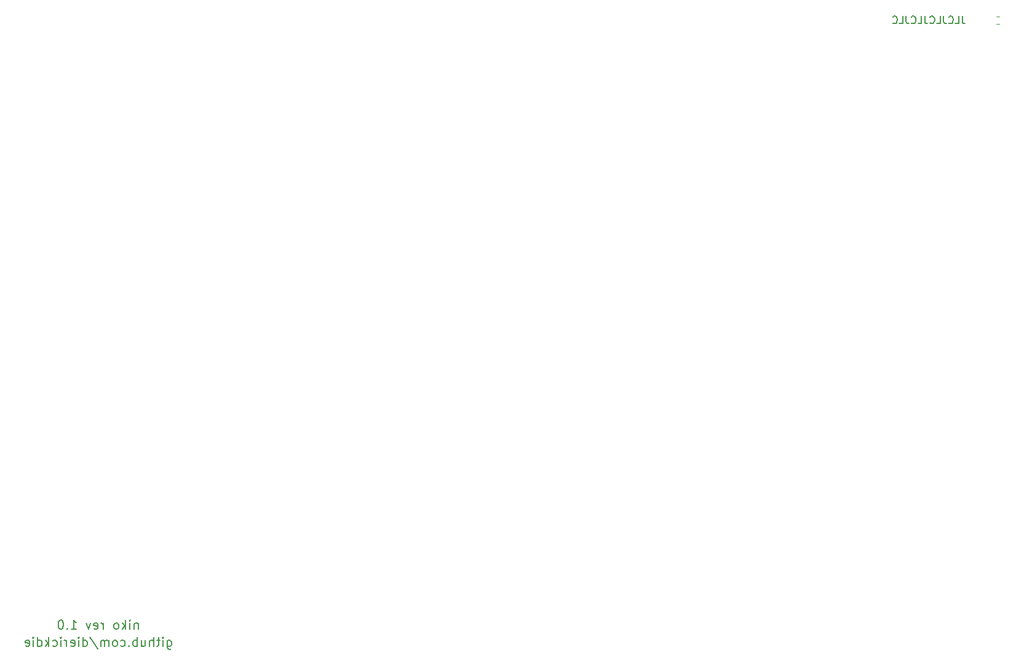
<source format=gbr>
G04 #@! TF.GenerationSoftware,KiCad,Pcbnew,(5.1.4-0)*
G04 #@! TF.CreationDate,2021-10-19T11:43:31-05:00*
G04 #@! TF.ProjectId,top_plate,746f705f-706c-4617-9465-2e6b69636164,rev?*
G04 #@! TF.SameCoordinates,Original*
G04 #@! TF.FileFunction,Legend,Bot*
G04 #@! TF.FilePolarity,Positive*
%FSLAX46Y46*%
G04 Gerber Fmt 4.6, Leading zero omitted, Abs format (unit mm)*
G04 Created by KiCad (PCBNEW (5.1.4-0)) date 2021-10-19 11:43:31*
%MOMM*%
%LPD*%
G04 APERTURE LIST*
%ADD10C,0.150000*%
%ADD11C,0.200000*%
%ADD12C,0.120000*%
G04 APERTURE END LIST*
D10*
X316564332Y-99465090D02*
X316564332Y-100179376D01*
X316611951Y-100322233D01*
X316707189Y-100417471D01*
X316850046Y-100465090D01*
X316945285Y-100465090D01*
X315611951Y-100465090D02*
X316088142Y-100465090D01*
X316088142Y-99465090D01*
X314707189Y-100369852D02*
X314754808Y-100417471D01*
X314897665Y-100465090D01*
X314992904Y-100465090D01*
X315135761Y-100417471D01*
X315230999Y-100322233D01*
X315278618Y-100226995D01*
X315326237Y-100036519D01*
X315326237Y-99893662D01*
X315278618Y-99703186D01*
X315230999Y-99607948D01*
X315135761Y-99512710D01*
X314992904Y-99465090D01*
X314897665Y-99465090D01*
X314754808Y-99512710D01*
X314707189Y-99560329D01*
X313992904Y-99465090D02*
X313992904Y-100179376D01*
X314040523Y-100322233D01*
X314135761Y-100417471D01*
X314278618Y-100465090D01*
X314373856Y-100465090D01*
X313040523Y-100465090D02*
X313516713Y-100465090D01*
X313516713Y-99465090D01*
X312135761Y-100369852D02*
X312183380Y-100417471D01*
X312326237Y-100465090D01*
X312421475Y-100465090D01*
X312564332Y-100417471D01*
X312659570Y-100322233D01*
X312707189Y-100226995D01*
X312754808Y-100036519D01*
X312754808Y-99893662D01*
X312707189Y-99703186D01*
X312659570Y-99607948D01*
X312564332Y-99512710D01*
X312421475Y-99465090D01*
X312326237Y-99465090D01*
X312183380Y-99512710D01*
X312135761Y-99560329D01*
X311421475Y-99465090D02*
X311421475Y-100179376D01*
X311469094Y-100322233D01*
X311564332Y-100417471D01*
X311707189Y-100465090D01*
X311802427Y-100465090D01*
X310469094Y-100465090D02*
X310945285Y-100465090D01*
X310945285Y-99465090D01*
X309564332Y-100369852D02*
X309611951Y-100417471D01*
X309754808Y-100465090D01*
X309850046Y-100465090D01*
X309992904Y-100417471D01*
X310088142Y-100322233D01*
X310135761Y-100226995D01*
X310183380Y-100036519D01*
X310183380Y-99893662D01*
X310135761Y-99703186D01*
X310088142Y-99607948D01*
X309992904Y-99512710D01*
X309850046Y-99465090D01*
X309754808Y-99465090D01*
X309611951Y-99512710D01*
X309564332Y-99560329D01*
X308850046Y-99465090D02*
X308850046Y-100179376D01*
X308897665Y-100322233D01*
X308992904Y-100417471D01*
X309135761Y-100465090D01*
X309230999Y-100465090D01*
X307897665Y-100465090D02*
X308373856Y-100465090D01*
X308373856Y-99465090D01*
X306992904Y-100369852D02*
X307040523Y-100417471D01*
X307183380Y-100465090D01*
X307278618Y-100465090D01*
X307421475Y-100417471D01*
X307516713Y-100322233D01*
X307564332Y-100226995D01*
X307611951Y-100036519D01*
X307611951Y-99893662D01*
X307564332Y-99703186D01*
X307516713Y-99607948D01*
X307421475Y-99512710D01*
X307278618Y-99465090D01*
X307183380Y-99465090D01*
X307040523Y-99512710D01*
X306992904Y-99560329D01*
D11*
X207139332Y-185469852D02*
X207139332Y-186481757D01*
X207198856Y-186600805D01*
X207258380Y-186660329D01*
X207377427Y-186719852D01*
X207555999Y-186719852D01*
X207675046Y-186660329D01*
X207139332Y-186243662D02*
X207258380Y-186303186D01*
X207496475Y-186303186D01*
X207615523Y-186243662D01*
X207675046Y-186184138D01*
X207734570Y-186065090D01*
X207734570Y-185707948D01*
X207675046Y-185588900D01*
X207615523Y-185529376D01*
X207496475Y-185469852D01*
X207258380Y-185469852D01*
X207139332Y-185529376D01*
X206544094Y-186303186D02*
X206544094Y-185469852D01*
X206544094Y-185053186D02*
X206603618Y-185112710D01*
X206544094Y-185172233D01*
X206484570Y-185112710D01*
X206544094Y-185053186D01*
X206544094Y-185172233D01*
X206127427Y-185469852D02*
X205651237Y-185469852D01*
X205948856Y-185053186D02*
X205948856Y-186124614D01*
X205889332Y-186243662D01*
X205770285Y-186303186D01*
X205651237Y-186303186D01*
X205234570Y-186303186D02*
X205234570Y-185053186D01*
X204698856Y-186303186D02*
X204698856Y-185648424D01*
X204758380Y-185529376D01*
X204877427Y-185469852D01*
X205055999Y-185469852D01*
X205175046Y-185529376D01*
X205234570Y-185588900D01*
X203567904Y-185469852D02*
X203567904Y-186303186D01*
X204103618Y-185469852D02*
X204103618Y-186124614D01*
X204044094Y-186243662D01*
X203925046Y-186303186D01*
X203746475Y-186303186D01*
X203627427Y-186243662D01*
X203567904Y-186184138D01*
X202972665Y-186303186D02*
X202972665Y-185053186D01*
X202972665Y-185529376D02*
X202853618Y-185469852D01*
X202615523Y-185469852D01*
X202496475Y-185529376D01*
X202436951Y-185588900D01*
X202377427Y-185707948D01*
X202377427Y-186065090D01*
X202436951Y-186184138D01*
X202496475Y-186243662D01*
X202615523Y-186303186D01*
X202853618Y-186303186D01*
X202972665Y-186243662D01*
X201841713Y-186184138D02*
X201782189Y-186243662D01*
X201841713Y-186303186D01*
X201901237Y-186243662D01*
X201841713Y-186184138D01*
X201841713Y-186303186D01*
X200710761Y-186243662D02*
X200829808Y-186303186D01*
X201067904Y-186303186D01*
X201186951Y-186243662D01*
X201246475Y-186184138D01*
X201305999Y-186065090D01*
X201305999Y-185707948D01*
X201246475Y-185588900D01*
X201186951Y-185529376D01*
X201067904Y-185469852D01*
X200829808Y-185469852D01*
X200710761Y-185529376D01*
X199996475Y-186303186D02*
X200115523Y-186243662D01*
X200175046Y-186184138D01*
X200234570Y-186065090D01*
X200234570Y-185707948D01*
X200175046Y-185588900D01*
X200115523Y-185529376D01*
X199996475Y-185469852D01*
X199817904Y-185469852D01*
X199698856Y-185529376D01*
X199639332Y-185588900D01*
X199579808Y-185707948D01*
X199579808Y-186065090D01*
X199639332Y-186184138D01*
X199698856Y-186243662D01*
X199817904Y-186303186D01*
X199996475Y-186303186D01*
X199044094Y-186303186D02*
X199044094Y-185469852D01*
X199044094Y-185588900D02*
X198984570Y-185529376D01*
X198865523Y-185469852D01*
X198686951Y-185469852D01*
X198567904Y-185529376D01*
X198508380Y-185648424D01*
X198508380Y-186303186D01*
X198508380Y-185648424D02*
X198448856Y-185529376D01*
X198329808Y-185469852D01*
X198151237Y-185469852D01*
X198032189Y-185529376D01*
X197972665Y-185648424D01*
X197972665Y-186303186D01*
X196484570Y-184993662D02*
X197555999Y-186600805D01*
X195532189Y-186303186D02*
X195532189Y-185053186D01*
X195532189Y-186243662D02*
X195651237Y-186303186D01*
X195889332Y-186303186D01*
X196008380Y-186243662D01*
X196067904Y-186184138D01*
X196127427Y-186065090D01*
X196127427Y-185707948D01*
X196067904Y-185588900D01*
X196008380Y-185529376D01*
X195889332Y-185469852D01*
X195651237Y-185469852D01*
X195532189Y-185529376D01*
X194936951Y-186303186D02*
X194936951Y-185469852D01*
X194936951Y-185053186D02*
X194996475Y-185112710D01*
X194936951Y-185172233D01*
X194877427Y-185112710D01*
X194936951Y-185053186D01*
X194936951Y-185172233D01*
X193865523Y-186243662D02*
X193984570Y-186303186D01*
X194222665Y-186303186D01*
X194341713Y-186243662D01*
X194401237Y-186124614D01*
X194401237Y-185648424D01*
X194341713Y-185529376D01*
X194222665Y-185469852D01*
X193984570Y-185469852D01*
X193865523Y-185529376D01*
X193805999Y-185648424D01*
X193805999Y-185767471D01*
X194401237Y-185886519D01*
X193270285Y-186303186D02*
X193270285Y-185469852D01*
X193270285Y-185707948D02*
X193210761Y-185588900D01*
X193151237Y-185529376D01*
X193032189Y-185469852D01*
X192913142Y-185469852D01*
X192496475Y-186303186D02*
X192496475Y-185469852D01*
X192496475Y-185053186D02*
X192555999Y-185112710D01*
X192496475Y-185172233D01*
X192436951Y-185112710D01*
X192496475Y-185053186D01*
X192496475Y-185172233D01*
X191365523Y-186243662D02*
X191484570Y-186303186D01*
X191722665Y-186303186D01*
X191841713Y-186243662D01*
X191901237Y-186184138D01*
X191960761Y-186065090D01*
X191960761Y-185707948D01*
X191901237Y-185588900D01*
X191841713Y-185529376D01*
X191722665Y-185469852D01*
X191484570Y-185469852D01*
X191365523Y-185529376D01*
X190829808Y-186303186D02*
X190829808Y-185053186D01*
X190710761Y-185826995D02*
X190353618Y-186303186D01*
X190353618Y-185469852D02*
X190829808Y-185946043D01*
X189282189Y-186303186D02*
X189282189Y-185053186D01*
X189282189Y-186243662D02*
X189401237Y-186303186D01*
X189639332Y-186303186D01*
X189758380Y-186243662D01*
X189817904Y-186184138D01*
X189877427Y-186065090D01*
X189877427Y-185707948D01*
X189817904Y-185588900D01*
X189758380Y-185529376D01*
X189639332Y-185469852D01*
X189401237Y-185469852D01*
X189282189Y-185529376D01*
X188686951Y-186303186D02*
X188686951Y-185469852D01*
X188686951Y-185053186D02*
X188746475Y-185112710D01*
X188686951Y-185172233D01*
X188627427Y-185112710D01*
X188686951Y-185053186D01*
X188686951Y-185172233D01*
X187615523Y-186243662D02*
X187734570Y-186303186D01*
X187972665Y-186303186D01*
X188091713Y-186243662D01*
X188151237Y-186124614D01*
X188151237Y-185648424D01*
X188091713Y-185529376D01*
X187972665Y-185469852D01*
X187734570Y-185469852D01*
X187615523Y-185529376D01*
X187555999Y-185648424D01*
X187555999Y-185767471D01*
X188151237Y-185886519D01*
X203121475Y-183088602D02*
X203121475Y-183921936D01*
X203121475Y-183207650D02*
X203061951Y-183148126D01*
X202942904Y-183088602D01*
X202764332Y-183088602D01*
X202645285Y-183148126D01*
X202585761Y-183267174D01*
X202585761Y-183921936D01*
X201990523Y-183921936D02*
X201990523Y-183088602D01*
X201990523Y-182671936D02*
X202050046Y-182731460D01*
X201990523Y-182790983D01*
X201930999Y-182731460D01*
X201990523Y-182671936D01*
X201990523Y-182790983D01*
X201395285Y-183921936D02*
X201395285Y-182671936D01*
X201276237Y-183445745D02*
X200919094Y-183921936D01*
X200919094Y-183088602D02*
X201395285Y-183564793D01*
X200204808Y-183921936D02*
X200323856Y-183862412D01*
X200383380Y-183802888D01*
X200442904Y-183683840D01*
X200442904Y-183326698D01*
X200383380Y-183207650D01*
X200323856Y-183148126D01*
X200204808Y-183088602D01*
X200026237Y-183088602D01*
X199907189Y-183148126D01*
X199847665Y-183207650D01*
X199788142Y-183326698D01*
X199788142Y-183683840D01*
X199847665Y-183802888D01*
X199907189Y-183862412D01*
X200026237Y-183921936D01*
X200204808Y-183921936D01*
X198300046Y-183921936D02*
X198300046Y-183088602D01*
X198300046Y-183326698D02*
X198240523Y-183207650D01*
X198180999Y-183148126D01*
X198061951Y-183088602D01*
X197942904Y-183088602D01*
X197050046Y-183862412D02*
X197169094Y-183921936D01*
X197407189Y-183921936D01*
X197526237Y-183862412D01*
X197585761Y-183743364D01*
X197585761Y-183267174D01*
X197526237Y-183148126D01*
X197407189Y-183088602D01*
X197169094Y-183088602D01*
X197050046Y-183148126D01*
X196990523Y-183267174D01*
X196990523Y-183386221D01*
X197585761Y-183505269D01*
X196573856Y-183088602D02*
X196276237Y-183921936D01*
X195978618Y-183088602D01*
X193895285Y-183921936D02*
X194609570Y-183921936D01*
X194252427Y-183921936D02*
X194252427Y-182671936D01*
X194371475Y-182850507D01*
X194490523Y-182969555D01*
X194609570Y-183029079D01*
X193359570Y-183802888D02*
X193300046Y-183862412D01*
X193359570Y-183921936D01*
X193419094Y-183862412D01*
X193359570Y-183802888D01*
X193359570Y-183921936D01*
X192526237Y-182671936D02*
X192407189Y-182671936D01*
X192288142Y-182731460D01*
X192228618Y-182790983D01*
X192169094Y-182910031D01*
X192109570Y-183148126D01*
X192109570Y-183445745D01*
X192169094Y-183683840D01*
X192228618Y-183802888D01*
X192288142Y-183862412D01*
X192407189Y-183921936D01*
X192526237Y-183921936D01*
X192645285Y-183862412D01*
X192704808Y-183802888D01*
X192764332Y-183683840D01*
X192823856Y-183445745D01*
X192823856Y-183148126D01*
X192764332Y-182910031D01*
X192704808Y-182790983D01*
X192645285Y-182731460D01*
X192526237Y-182671936D01*
D12*
X321641552Y-100522710D02*
X321299018Y-100522710D01*
X321641552Y-99502710D02*
X321299018Y-99502710D01*
M02*

</source>
